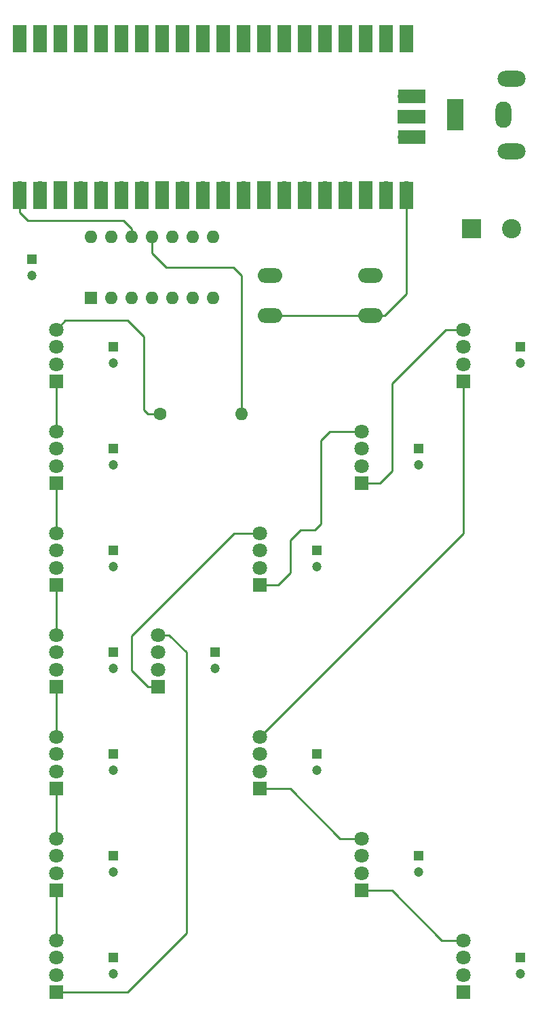
<source format=gbr>
%TF.GenerationSoftware,KiCad,Pcbnew,(5.1.9)-1*%
%TF.CreationDate,2021-02-28T12:15:39-08:00*%
%TF.ProjectId,namebadge,6e616d65-6261-4646-9765-2e6b69636164,v0.1*%
%TF.SameCoordinates,Original*%
%TF.FileFunction,Copper,L1,Top*%
%TF.FilePolarity,Positive*%
%FSLAX46Y46*%
G04 Gerber Fmt 4.6, Leading zero omitted, Abs format (unit mm)*
G04 Created by KiCad (PCBNEW (5.1.9)-1) date 2021-02-28 12:15:39*
%MOMM*%
%LPD*%
G01*
G04 APERTURE LIST*
%TA.AperFunction,ComponentPad*%
%ADD10O,3.048000X1.850000*%
%TD*%
%TA.AperFunction,ComponentPad*%
%ADD11O,1.600000X1.600000*%
%TD*%
%TA.AperFunction,ComponentPad*%
%ADD12C,1.600000*%
%TD*%
%TA.AperFunction,ComponentPad*%
%ADD13O,1.700000X1.700000*%
%TD*%
%TA.AperFunction,SMDPad,CuDef*%
%ADD14R,3.500000X1.700000*%
%TD*%
%TA.AperFunction,ComponentPad*%
%ADD15R,1.700000X1.700000*%
%TD*%
%TA.AperFunction,SMDPad,CuDef*%
%ADD16R,1.700000X3.500000*%
%TD*%
%TA.AperFunction,ComponentPad*%
%ADD17R,1.800000X1.800000*%
%TD*%
%TA.AperFunction,ComponentPad*%
%ADD18C,1.800000*%
%TD*%
%TA.AperFunction,ComponentPad*%
%ADD19C,1.200000*%
%TD*%
%TA.AperFunction,ComponentPad*%
%ADD20R,1.200000X1.200000*%
%TD*%
%TA.AperFunction,ComponentPad*%
%ADD21R,1.600000X1.600000*%
%TD*%
%TA.AperFunction,ComponentPad*%
%ADD22O,3.500000X2.000000*%
%TD*%
%TA.AperFunction,ComponentPad*%
%ADD23O,2.000000X3.300000*%
%TD*%
%TA.AperFunction,ComponentPad*%
%ADD24R,2.000000X4.000000*%
%TD*%
%TA.AperFunction,ComponentPad*%
%ADD25R,2.400000X2.400000*%
%TD*%
%TA.AperFunction,ComponentPad*%
%ADD26C,2.400000*%
%TD*%
%TA.AperFunction,Conductor*%
%ADD27C,0.250000*%
%TD*%
G04 APERTURE END LIST*
D10*
%TO.P,SW1,1*%
%TO.N,GND*%
X69650000Y-52832000D03*
%TO.P,SW1,2*%
%TO.N,Net-(SW1-Pad2)*%
X69650000Y-57832000D03*
%TO.P,SW1,1*%
%TO.N,GND*%
X57150000Y-52832000D03*
%TO.P,SW1,2*%
%TO.N,Net-(SW1-Pad2)*%
X57150000Y-57832000D03*
%TD*%
D11*
%TO.P,R1,2*%
%TO.N,Net-(IC1-Pad11)*%
X53594000Y-70104000D03*
D12*
%TO.P,R1,1*%
%TO.N,/letter-k/LED_DIN*%
X43434000Y-70104000D03*
%TD*%
D13*
%TO.P,U1,43*%
%TO.N,Net-(U1-Pad43)*%
X73938000Y-30480000D03*
D14*
X74838000Y-30480000D03*
D15*
%TO.P,U1,42*%
%TO.N,Net-(U1-Pad42)*%
X73938000Y-33020000D03*
D14*
X74838000Y-33020000D03*
D13*
%TO.P,U1,41*%
%TO.N,Net-(U1-Pad41)*%
X73938000Y-35560000D03*
D14*
X74838000Y-35560000D03*
D16*
%TO.P,U1,21*%
%TO.N,Net-(U1-Pad21)*%
X74168000Y-23230000D03*
%TO.P,U1,22*%
%TO.N,Net-(U1-Pad22)*%
X71628000Y-23230000D03*
%TO.P,U1,23*%
%TO.N,GND*%
X69088000Y-23230000D03*
%TO.P,U1,24*%
%TO.N,Net-(U1-Pad24)*%
X66548000Y-23230000D03*
%TO.P,U1,25*%
%TO.N,Net-(U1-Pad25)*%
X64008000Y-23230000D03*
%TO.P,U1,26*%
%TO.N,Net-(U1-Pad26)*%
X61468000Y-23230000D03*
%TO.P,U1,27*%
%TO.N,Net-(U1-Pad27)*%
X58928000Y-23230000D03*
%TO.P,U1,28*%
%TO.N,GND*%
X56388000Y-23230000D03*
%TO.P,U1,29*%
%TO.N,Net-(U1-Pad29)*%
X53848000Y-23230000D03*
%TO.P,U1,30*%
%TO.N,Net-(U1-Pad30)*%
X51308000Y-23230000D03*
%TO.P,U1,31*%
%TO.N,Net-(U1-Pad31)*%
X48768000Y-23230000D03*
%TO.P,U1,32*%
%TO.N,Net-(U1-Pad32)*%
X46228000Y-23230000D03*
%TO.P,U1,33*%
%TO.N,GND*%
X43688000Y-23230000D03*
%TO.P,U1,34*%
%TO.N,Net-(U1-Pad34)*%
X41148000Y-23230000D03*
%TO.P,U1,35*%
%TO.N,Net-(U1-Pad35)*%
X38608000Y-23230000D03*
%TO.P,U1,36*%
%TO.N,Net-(U1-Pad36)*%
X36068000Y-23230000D03*
%TO.P,U1,37*%
%TO.N,Net-(U1-Pad37)*%
X33528000Y-23230000D03*
%TO.P,U1,38*%
%TO.N,GND*%
X30988000Y-23230000D03*
%TO.P,U1,39*%
%TO.N,Net-(U1-Pad39)*%
X28448000Y-23230000D03*
%TO.P,U1,40*%
%TO.N,VCC*%
X25908000Y-23230000D03*
%TO.P,U1,20*%
%TO.N,Net-(SW1-Pad2)*%
X74168000Y-42810000D03*
%TO.P,U1,19*%
%TO.N,Net-(U1-Pad19)*%
X71628000Y-42810000D03*
%TO.P,U1,18*%
%TO.N,GND*%
X69088000Y-42810000D03*
%TO.P,U1,17*%
%TO.N,Net-(U1-Pad17)*%
X66548000Y-42810000D03*
%TO.P,U1,16*%
%TO.N,Net-(U1-Pad16)*%
X64008000Y-42810000D03*
%TO.P,U1,15*%
%TO.N,Net-(U1-Pad15)*%
X61468000Y-42810000D03*
%TO.P,U1,14*%
%TO.N,Net-(U1-Pad14)*%
X58928000Y-42810000D03*
%TO.P,U1,13*%
%TO.N,GND*%
X56388000Y-42810000D03*
%TO.P,U1,12*%
%TO.N,Net-(U1-Pad12)*%
X53848000Y-42810000D03*
%TO.P,U1,11*%
%TO.N,Net-(U1-Pad11)*%
X51308000Y-42810000D03*
%TO.P,U1,10*%
%TO.N,Net-(U1-Pad10)*%
X48768000Y-42810000D03*
%TO.P,U1,9*%
%TO.N,Net-(U1-Pad9)*%
X46228000Y-42810000D03*
%TO.P,U1,8*%
%TO.N,GND*%
X43688000Y-42810000D03*
%TO.P,U1,7*%
%TO.N,Net-(U1-Pad7)*%
X41148000Y-42810000D03*
%TO.P,U1,6*%
%TO.N,Net-(U1-Pad6)*%
X38608000Y-42810000D03*
%TO.P,U1,5*%
%TO.N,Net-(U1-Pad5)*%
X36068000Y-42810000D03*
%TO.P,U1,4*%
%TO.N,Net-(U1-Pad4)*%
X33528000Y-42810000D03*
%TO.P,U1,3*%
%TO.N,GND*%
X30988000Y-42810000D03*
%TO.P,U1,2*%
%TO.N,Net-(U1-Pad2)*%
X28448000Y-42810000D03*
%TO.P,U1,1*%
%TO.N,Net-(IC1-Pad12)*%
X25908000Y-42810000D03*
D13*
%TO.P,U1,40*%
%TO.N,VCC*%
X25908000Y-24130000D03*
%TO.P,U1,39*%
%TO.N,Net-(U1-Pad39)*%
X28448000Y-24130000D03*
D15*
%TO.P,U1,38*%
%TO.N,GND*%
X30988000Y-24130000D03*
D13*
%TO.P,U1,37*%
%TO.N,Net-(U1-Pad37)*%
X33528000Y-24130000D03*
%TO.P,U1,36*%
%TO.N,Net-(U1-Pad36)*%
X36068000Y-24130000D03*
%TO.P,U1,35*%
%TO.N,Net-(U1-Pad35)*%
X38608000Y-24130000D03*
%TO.P,U1,34*%
%TO.N,Net-(U1-Pad34)*%
X41148000Y-24130000D03*
D15*
%TO.P,U1,33*%
%TO.N,GND*%
X43688000Y-24130000D03*
D13*
%TO.P,U1,32*%
%TO.N,Net-(U1-Pad32)*%
X46228000Y-24130000D03*
%TO.P,U1,31*%
%TO.N,Net-(U1-Pad31)*%
X48768000Y-24130000D03*
%TO.P,U1,30*%
%TO.N,Net-(U1-Pad30)*%
X51308000Y-24130000D03*
%TO.P,U1,29*%
%TO.N,Net-(U1-Pad29)*%
X53848000Y-24130000D03*
D15*
%TO.P,U1,28*%
%TO.N,GND*%
X56388000Y-24130000D03*
D13*
%TO.P,U1,27*%
%TO.N,Net-(U1-Pad27)*%
X58928000Y-24130000D03*
%TO.P,U1,26*%
%TO.N,Net-(U1-Pad26)*%
X61468000Y-24130000D03*
%TO.P,U1,25*%
%TO.N,Net-(U1-Pad25)*%
X64008000Y-24130000D03*
%TO.P,U1,24*%
%TO.N,Net-(U1-Pad24)*%
X66548000Y-24130000D03*
D15*
%TO.P,U1,23*%
%TO.N,GND*%
X69088000Y-24130000D03*
D13*
%TO.P,U1,22*%
%TO.N,Net-(U1-Pad22)*%
X71628000Y-24130000D03*
%TO.P,U1,21*%
%TO.N,Net-(U1-Pad21)*%
X74168000Y-24130000D03*
%TO.P,U1,20*%
%TO.N,Net-(SW1-Pad2)*%
X74168000Y-41910000D03*
%TO.P,U1,19*%
%TO.N,Net-(U1-Pad19)*%
X71628000Y-41910000D03*
D15*
%TO.P,U1,18*%
%TO.N,GND*%
X69088000Y-41910000D03*
D13*
%TO.P,U1,17*%
%TO.N,Net-(U1-Pad17)*%
X66548000Y-41910000D03*
%TO.P,U1,16*%
%TO.N,Net-(U1-Pad16)*%
X64008000Y-41910000D03*
%TO.P,U1,15*%
%TO.N,Net-(U1-Pad15)*%
X61468000Y-41910000D03*
%TO.P,U1,14*%
%TO.N,Net-(U1-Pad14)*%
X58928000Y-41910000D03*
D15*
%TO.P,U1,13*%
%TO.N,GND*%
X56388000Y-41910000D03*
D13*
%TO.P,U1,12*%
%TO.N,Net-(U1-Pad12)*%
X53848000Y-41910000D03*
%TO.P,U1,11*%
%TO.N,Net-(U1-Pad11)*%
X51308000Y-41910000D03*
%TO.P,U1,10*%
%TO.N,Net-(U1-Pad10)*%
X48768000Y-41910000D03*
%TO.P,U1,9*%
%TO.N,Net-(U1-Pad9)*%
X46228000Y-41910000D03*
D15*
%TO.P,U1,8*%
%TO.N,GND*%
X43688000Y-41910000D03*
D13*
%TO.P,U1,7*%
%TO.N,Net-(U1-Pad7)*%
X41148000Y-41910000D03*
%TO.P,U1,6*%
%TO.N,Net-(U1-Pad6)*%
X38608000Y-41910000D03*
%TO.P,U1,5*%
%TO.N,Net-(U1-Pad5)*%
X36068000Y-41910000D03*
%TO.P,U1,4*%
%TO.N,Net-(U1-Pad4)*%
X33528000Y-41910000D03*
D15*
%TO.P,U1,3*%
%TO.N,GND*%
X30988000Y-41910000D03*
D13*
%TO.P,U1,2*%
%TO.N,Net-(U1-Pad2)*%
X28448000Y-41910000D03*
%TO.P,U1,1*%
%TO.N,Net-(IC1-Pad12)*%
X25908000Y-41910000D03*
%TD*%
D17*
%TO.P,D10,1*%
%TO.N,Net-(D10-Pad1)*%
X55880000Y-116840000D03*
D18*
%TO.P,D10,2*%
%TO.N,GND*%
X55880000Y-114681000D03*
%TO.P,D10,3*%
%TO.N,VCC*%
X55880000Y-112522000D03*
%TO.P,D10,4*%
%TO.N,Net-(D10-Pad4)*%
X55880000Y-110363000D03*
%TD*%
D19*
%TO.P,C14,2*%
%TO.N,GND*%
X88392000Y-139922000D03*
D20*
%TO.P,C14,1*%
%TO.N,VCC*%
X88392000Y-137922000D03*
%TD*%
D19*
%TO.P,C7,2*%
%TO.N,GND*%
X37592000Y-139922000D03*
D20*
%TO.P,C7,1*%
%TO.N,VCC*%
X37592000Y-137922000D03*
%TD*%
D19*
%TO.P,C12,2*%
%TO.N,GND*%
X75692000Y-127222000D03*
D20*
%TO.P,C12,1*%
%TO.N,VCC*%
X75692000Y-125222000D03*
%TD*%
D19*
%TO.P,C6,2*%
%TO.N,GND*%
X37592000Y-127222000D03*
D20*
%TO.P,C6,1*%
%TO.N,VCC*%
X37592000Y-125222000D03*
%TD*%
D19*
%TO.P,C10,2*%
%TO.N,GND*%
X62992000Y-114522000D03*
D20*
%TO.P,C10,1*%
%TO.N,VCC*%
X62992000Y-112522000D03*
%TD*%
D19*
%TO.P,C5,2*%
%TO.N,GND*%
X37592000Y-114522000D03*
D20*
%TO.P,C5,1*%
%TO.N,VCC*%
X37592000Y-112522000D03*
%TD*%
D19*
%TO.P,C8,2*%
%TO.N,GND*%
X50292000Y-101822000D03*
D20*
%TO.P,C8,1*%
%TO.N,VCC*%
X50292000Y-99822000D03*
%TD*%
D19*
%TO.P,C4,2*%
%TO.N,GND*%
X37592000Y-101822000D03*
D20*
%TO.P,C4,1*%
%TO.N,VCC*%
X37592000Y-99822000D03*
%TD*%
D19*
%TO.P,C9,2*%
%TO.N,GND*%
X62992000Y-89122000D03*
D20*
%TO.P,C9,1*%
%TO.N,VCC*%
X62992000Y-87122000D03*
%TD*%
D19*
%TO.P,C3,2*%
%TO.N,GND*%
X37592000Y-89122000D03*
D20*
%TO.P,C3,1*%
%TO.N,VCC*%
X37592000Y-87122000D03*
%TD*%
D19*
%TO.P,C11,2*%
%TO.N,GND*%
X75692000Y-76422000D03*
D20*
%TO.P,C11,1*%
%TO.N,VCC*%
X75692000Y-74422000D03*
%TD*%
D19*
%TO.P,C2,2*%
%TO.N,GND*%
X37592000Y-76422000D03*
D20*
%TO.P,C2,1*%
%TO.N,VCC*%
X37592000Y-74422000D03*
%TD*%
D19*
%TO.P,C13,2*%
%TO.N,GND*%
X88392000Y-63722000D03*
D20*
%TO.P,C13,1*%
%TO.N,VCC*%
X88392000Y-61722000D03*
%TD*%
D17*
%TO.P,D14,1*%
%TO.N,Net-(D14-Pad1)*%
X81280000Y-142240000D03*
D18*
%TO.P,D14,2*%
%TO.N,GND*%
X81280000Y-140081000D03*
%TO.P,D14,3*%
%TO.N,VCC*%
X81280000Y-137922000D03*
%TO.P,D14,4*%
%TO.N,Net-(D12-Pad1)*%
X81280000Y-135763000D03*
%TD*%
D17*
%TO.P,D7,1*%
%TO.N,Net-(D7-Pad1)*%
X30480000Y-142240000D03*
D18*
%TO.P,D7,2*%
%TO.N,GND*%
X30480000Y-140081000D03*
%TO.P,D7,3*%
%TO.N,VCC*%
X30480000Y-137922000D03*
%TO.P,D7,4*%
%TO.N,Net-(D6-Pad1)*%
X30480000Y-135763000D03*
%TD*%
D17*
%TO.P,D12,1*%
%TO.N,Net-(D12-Pad1)*%
X68580000Y-129540000D03*
D18*
%TO.P,D12,2*%
%TO.N,GND*%
X68580000Y-127381000D03*
%TO.P,D12,3*%
%TO.N,VCC*%
X68580000Y-125222000D03*
%TO.P,D12,4*%
%TO.N,Net-(D10-Pad1)*%
X68580000Y-123063000D03*
%TD*%
D17*
%TO.P,D6,1*%
%TO.N,Net-(D6-Pad1)*%
X30480000Y-129540000D03*
D18*
%TO.P,D6,2*%
%TO.N,GND*%
X30480000Y-127381000D03*
%TO.P,D6,3*%
%TO.N,VCC*%
X30480000Y-125222000D03*
%TO.P,D6,4*%
%TO.N,Net-(D5-Pad1)*%
X30480000Y-123063000D03*
%TD*%
D17*
%TO.P,D5,1*%
%TO.N,Net-(D5-Pad1)*%
X30480000Y-116840000D03*
D18*
%TO.P,D5,2*%
%TO.N,GND*%
X30480000Y-114681000D03*
%TO.P,D5,3*%
%TO.N,VCC*%
X30480000Y-112522000D03*
%TO.P,D5,4*%
%TO.N,Net-(D4-Pad1)*%
X30480000Y-110363000D03*
%TD*%
D17*
%TO.P,D8,1*%
%TO.N,Net-(D8-Pad1)*%
X43180000Y-104140000D03*
D18*
%TO.P,D8,2*%
%TO.N,GND*%
X43180000Y-101981000D03*
%TO.P,D8,3*%
%TO.N,VCC*%
X43180000Y-99822000D03*
%TO.P,D8,4*%
%TO.N,Net-(D7-Pad1)*%
X43180000Y-97663000D03*
%TD*%
D17*
%TO.P,D4,1*%
%TO.N,Net-(D4-Pad1)*%
X30480000Y-104140000D03*
D18*
%TO.P,D4,2*%
%TO.N,GND*%
X30480000Y-101981000D03*
%TO.P,D4,3*%
%TO.N,VCC*%
X30480000Y-99822000D03*
%TO.P,D4,4*%
%TO.N,Net-(D3-Pad1)*%
X30480000Y-97663000D03*
%TD*%
D17*
%TO.P,D9,1*%
%TO.N,Net-(D11-Pad4)*%
X55880000Y-91440000D03*
D18*
%TO.P,D9,2*%
%TO.N,GND*%
X55880000Y-89281000D03*
%TO.P,D9,3*%
%TO.N,VCC*%
X55880000Y-87122000D03*
%TO.P,D9,4*%
%TO.N,Net-(D8-Pad1)*%
X55880000Y-84963000D03*
%TD*%
D17*
%TO.P,D3,1*%
%TO.N,Net-(D3-Pad1)*%
X30480000Y-91440000D03*
D18*
%TO.P,D3,2*%
%TO.N,GND*%
X30480000Y-89281000D03*
%TO.P,D3,3*%
%TO.N,VCC*%
X30480000Y-87122000D03*
%TO.P,D3,4*%
%TO.N,Net-(D2-Pad1)*%
X30480000Y-84963000D03*
%TD*%
D17*
%TO.P,D11,1*%
%TO.N,Net-(D11-Pad1)*%
X68580000Y-78740000D03*
D18*
%TO.P,D11,2*%
%TO.N,GND*%
X68580000Y-76581000D03*
%TO.P,D11,3*%
%TO.N,VCC*%
X68580000Y-74422000D03*
%TO.P,D11,4*%
%TO.N,Net-(D11-Pad4)*%
X68580000Y-72263000D03*
%TD*%
D17*
%TO.P,D2,1*%
%TO.N,Net-(D2-Pad1)*%
X30480000Y-78740000D03*
D18*
%TO.P,D2,2*%
%TO.N,GND*%
X30480000Y-76581000D03*
%TO.P,D2,3*%
%TO.N,VCC*%
X30480000Y-74422000D03*
%TO.P,D2,4*%
%TO.N,Net-(D1-Pad1)*%
X30480000Y-72263000D03*
%TD*%
D17*
%TO.P,D13,1*%
%TO.N,Net-(D10-Pad4)*%
X81280000Y-66040000D03*
D18*
%TO.P,D13,2*%
%TO.N,GND*%
X81280000Y-63881000D03*
%TO.P,D13,3*%
%TO.N,VCC*%
X81280000Y-61722000D03*
%TO.P,D13,4*%
%TO.N,Net-(D11-Pad1)*%
X81280000Y-59563000D03*
%TD*%
%TO.P,D1,4*%
%TO.N,/letter-k/LED_DIN*%
X30480000Y-59563000D03*
%TO.P,D1,3*%
%TO.N,VCC*%
X30480000Y-61722000D03*
%TO.P,D1,2*%
%TO.N,GND*%
X30480000Y-63881000D03*
D17*
%TO.P,D1,1*%
%TO.N,Net-(D1-Pad1)*%
X30480000Y-66040000D03*
%TD*%
D20*
%TO.P,C1,1*%
%TO.N,VCC*%
X37592000Y-61722000D03*
D19*
%TO.P,C1,2*%
%TO.N,GND*%
X37592000Y-63722000D03*
%TD*%
D21*
%TO.P,IC1,1*%
%TO.N,Net-(IC1-Pad1)*%
X34798000Y-55626000D03*
D11*
%TO.P,IC1,8*%
%TO.N,Net-(IC1-Pad8)*%
X50038000Y-48006000D03*
%TO.P,IC1,2*%
%TO.N,Net-(IC1-Pad2)*%
X37338000Y-55626000D03*
%TO.P,IC1,9*%
%TO.N,Net-(IC1-Pad9)*%
X47498000Y-48006000D03*
%TO.P,IC1,3*%
%TO.N,Net-(IC1-Pad3)*%
X39878000Y-55626000D03*
%TO.P,IC1,10*%
%TO.N,Net-(IC1-Pad10)*%
X44958000Y-48006000D03*
%TO.P,IC1,4*%
%TO.N,Net-(IC1-Pad4)*%
X42418000Y-55626000D03*
%TO.P,IC1,11*%
%TO.N,Net-(IC1-Pad11)*%
X42418000Y-48006000D03*
%TO.P,IC1,5*%
%TO.N,Net-(IC1-Pad5)*%
X44958000Y-55626000D03*
%TO.P,IC1,12*%
%TO.N,Net-(IC1-Pad12)*%
X39878000Y-48006000D03*
%TO.P,IC1,6*%
%TO.N,Net-(IC1-Pad6)*%
X47498000Y-55626000D03*
%TO.P,IC1,13*%
%TO.N,GND*%
X37338000Y-48006000D03*
%TO.P,IC1,7*%
X50038000Y-55626000D03*
%TO.P,IC1,14*%
%TO.N,VCC*%
X34798000Y-48006000D03*
%TD*%
D22*
%TO.P,J1,MP*%
%TO.N,N/C*%
X87264000Y-28266000D03*
X87264000Y-37266000D03*
D23*
%TO.P,J1,2*%
%TO.N,GND*%
X86264000Y-32766000D03*
D24*
%TO.P,J1,1*%
%TO.N,VCC*%
X80264000Y-32766000D03*
%TD*%
D25*
%TO.P,C15,1*%
%TO.N,VCC*%
X82296000Y-46990000D03*
D26*
%TO.P,C15,2*%
%TO.N,GND*%
X87296000Y-46990000D03*
%TD*%
D20*
%TO.P,C16,1*%
%TO.N,VCC*%
X27432000Y-50800000D03*
D19*
%TO.P,C16,2*%
%TO.N,GND*%
X27432000Y-52800000D03*
%TD*%
D27*
%TO.N,Net-(D1-Pad1)*%
X30480000Y-66040000D02*
X30480000Y-72263000D01*
%TO.N,Net-(D2-Pad1)*%
X30480000Y-78740000D02*
X30480000Y-84963000D01*
%TO.N,Net-(D3-Pad1)*%
X30480000Y-91440000D02*
X30480000Y-97663000D01*
%TO.N,Net-(D4-Pad1)*%
X30480000Y-104140000D02*
X30480000Y-110363000D01*
%TO.N,Net-(D5-Pad1)*%
X30480000Y-116840000D02*
X30480000Y-123063000D01*
%TO.N,Net-(D6-Pad1)*%
X30480000Y-129540000D02*
X30480000Y-135763000D01*
%TO.N,Net-(D7-Pad1)*%
X44577000Y-97663000D02*
X43180000Y-97663000D01*
X46736000Y-99822000D02*
X44577000Y-97663000D01*
X46736000Y-134874000D02*
X46736000Y-99822000D01*
X39370000Y-142240000D02*
X46736000Y-134874000D01*
X30480000Y-142240000D02*
X39370000Y-142240000D01*
%TO.N,Net-(D8-Pad1)*%
X39878000Y-97790000D02*
X52705000Y-84963000D01*
X39878000Y-102108000D02*
X39878000Y-97790000D01*
X41910000Y-104140000D02*
X39878000Y-102108000D01*
X52705000Y-84963000D02*
X55880000Y-84963000D01*
X43180000Y-104140000D02*
X41910000Y-104140000D01*
%TO.N,Net-(D11-Pad4)*%
X58166000Y-91440000D02*
X55880000Y-91440000D01*
X59690000Y-89916000D02*
X58166000Y-91440000D01*
X59690000Y-85852000D02*
X59690000Y-89916000D01*
X60960000Y-84582000D02*
X59690000Y-85852000D01*
X62738000Y-84582000D02*
X60960000Y-84582000D01*
X63500000Y-73406000D02*
X63500000Y-83820000D01*
X64643000Y-72263000D02*
X63500000Y-73406000D01*
X63500000Y-83820000D02*
X62738000Y-84582000D01*
X68580000Y-72263000D02*
X64643000Y-72263000D01*
%TO.N,Net-(D10-Pad1)*%
X65913000Y-123063000D02*
X68580000Y-123063000D01*
X59690000Y-116840000D02*
X65913000Y-123063000D01*
X55880000Y-116840000D02*
X59690000Y-116840000D01*
%TO.N,Net-(D10-Pad4)*%
X81280000Y-84963000D02*
X55880000Y-110363000D01*
X81280000Y-66040000D02*
X81280000Y-84963000D01*
%TO.N,Net-(D11-Pad1)*%
X72390000Y-66294000D02*
X79121000Y-59563000D01*
X79121000Y-59563000D02*
X81280000Y-59563000D01*
X72390000Y-77216000D02*
X72390000Y-66294000D01*
X70866000Y-78740000D02*
X72390000Y-77216000D01*
X68580000Y-78740000D02*
X70866000Y-78740000D01*
%TO.N,Net-(D12-Pad1)*%
X78613000Y-135763000D02*
X81280000Y-135763000D01*
X72390000Y-129540000D02*
X78613000Y-135763000D01*
X68580000Y-129540000D02*
X72390000Y-129540000D01*
%TO.N,/letter-k/LED_DIN*%
X41402000Y-65278000D02*
X41402000Y-64770000D01*
X41402000Y-69596000D02*
X41402000Y-64770000D01*
X41910000Y-70104000D02*
X41402000Y-69596000D01*
X43434000Y-70104000D02*
X41910000Y-70104000D01*
X31623000Y-58420000D02*
X30480000Y-59563000D01*
X39370000Y-58420000D02*
X31623000Y-58420000D01*
X41402000Y-60452000D02*
X39370000Y-58420000D01*
X41402000Y-64770000D02*
X41402000Y-60452000D01*
%TO.N,Net-(IC1-Pad11)*%
X44196000Y-51816000D02*
X42418000Y-50038000D01*
X52578000Y-51816000D02*
X44196000Y-51816000D01*
X53594000Y-52832000D02*
X52578000Y-51816000D01*
X53594000Y-69850000D02*
X53594000Y-52832000D01*
X42418000Y-50038000D02*
X42418000Y-48006000D01*
X53340000Y-70104000D02*
X53594000Y-69850000D01*
%TO.N,Net-(IC1-Pad12)*%
X39878000Y-46990000D02*
X39878000Y-48006000D01*
X38862000Y-45974000D02*
X39878000Y-46990000D01*
X26924000Y-45974000D02*
X38862000Y-45974000D01*
X25908000Y-44958000D02*
X26924000Y-45974000D01*
X25908000Y-41910000D02*
X25908000Y-44958000D01*
%TO.N,Net-(SW1-Pad2)*%
X69650000Y-57832000D02*
X71454000Y-57832000D01*
X74168000Y-55118000D02*
X74168000Y-41910000D01*
X71454000Y-57832000D02*
X74168000Y-55118000D01*
X69650000Y-57832000D02*
X57150000Y-57832000D01*
%TD*%
M02*

</source>
